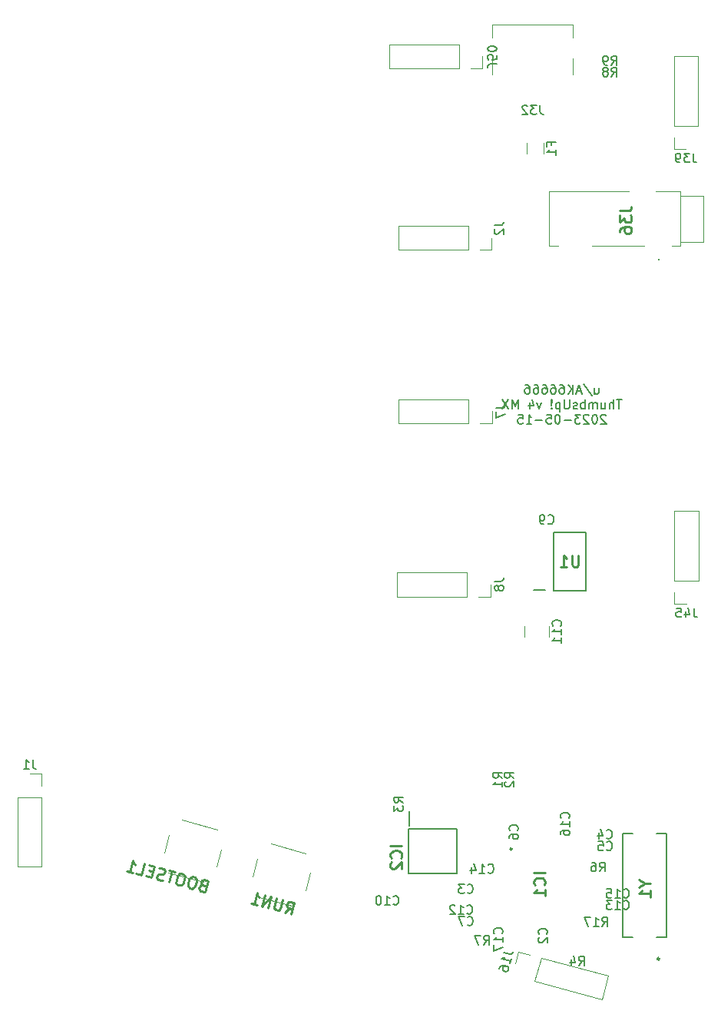
<source format=gbr>
G04 #@! TF.GenerationSoftware,KiCad,Pcbnew,(5.1.4)-1*
G04 #@! TF.CreationDate,2023-06-13T20:25:11-04:00*
G04 #@! TF.ProjectId,ThumbsUp,5468756d-6273-4557-902e-6b696361645f,rev?*
G04 #@! TF.SameCoordinates,Original*
G04 #@! TF.FileFunction,Legend,Bot*
G04 #@! TF.FilePolarity,Positive*
%FSLAX46Y46*%
G04 Gerber Fmt 4.6, Leading zero omitted, Abs format (unit mm)*
G04 Created by KiCad (PCBNEW (5.1.4)-1) date 2023-06-13 20:25:11*
%MOMM*%
%LPD*%
G04 APERTURE LIST*
%ADD10C,0.150000*%
%ADD11C,0.200000*%
%ADD12C,0.120000*%
%ADD13C,0.100000*%
%ADD14C,0.254000*%
G04 APERTURE END LIST*
D10*
X118819047Y-407335714D02*
X118819047Y-408002380D01*
X119247619Y-407335714D02*
X119247619Y-407859523D01*
X119200000Y-407954761D01*
X119104761Y-408002380D01*
X118961904Y-408002380D01*
X118866666Y-407954761D01*
X118819047Y-407907142D01*
X117628571Y-406954761D02*
X118485714Y-408240476D01*
X117342857Y-407716666D02*
X116866666Y-407716666D01*
X117438095Y-408002380D02*
X117104761Y-407002380D01*
X116771428Y-408002380D01*
X116438095Y-408002380D02*
X116438095Y-407002380D01*
X115866666Y-408002380D02*
X116295238Y-407430952D01*
X115866666Y-407002380D02*
X116438095Y-407573809D01*
X115009523Y-407002380D02*
X115200000Y-407002380D01*
X115295238Y-407050000D01*
X115342857Y-407097619D01*
X115438095Y-407240476D01*
X115485714Y-407430952D01*
X115485714Y-407811904D01*
X115438095Y-407907142D01*
X115390476Y-407954761D01*
X115295238Y-408002380D01*
X115104761Y-408002380D01*
X115009523Y-407954761D01*
X114961904Y-407907142D01*
X114914285Y-407811904D01*
X114914285Y-407573809D01*
X114961904Y-407478571D01*
X115009523Y-407430952D01*
X115104761Y-407383333D01*
X115295238Y-407383333D01*
X115390476Y-407430952D01*
X115438095Y-407478571D01*
X115485714Y-407573809D01*
X114057142Y-407002380D02*
X114247619Y-407002380D01*
X114342857Y-407050000D01*
X114390476Y-407097619D01*
X114485714Y-407240476D01*
X114533333Y-407430952D01*
X114533333Y-407811904D01*
X114485714Y-407907142D01*
X114438095Y-407954761D01*
X114342857Y-408002380D01*
X114152380Y-408002380D01*
X114057142Y-407954761D01*
X114009523Y-407907142D01*
X113961904Y-407811904D01*
X113961904Y-407573809D01*
X114009523Y-407478571D01*
X114057142Y-407430952D01*
X114152380Y-407383333D01*
X114342857Y-407383333D01*
X114438095Y-407430952D01*
X114485714Y-407478571D01*
X114533333Y-407573809D01*
X113104761Y-407002380D02*
X113295238Y-407002380D01*
X113390476Y-407050000D01*
X113438095Y-407097619D01*
X113533333Y-407240476D01*
X113580952Y-407430952D01*
X113580952Y-407811904D01*
X113533333Y-407907142D01*
X113485714Y-407954761D01*
X113390476Y-408002380D01*
X113200000Y-408002380D01*
X113104761Y-407954761D01*
X113057142Y-407907142D01*
X113009523Y-407811904D01*
X113009523Y-407573809D01*
X113057142Y-407478571D01*
X113104761Y-407430952D01*
X113200000Y-407383333D01*
X113390476Y-407383333D01*
X113485714Y-407430952D01*
X113533333Y-407478571D01*
X113580952Y-407573809D01*
X112152380Y-407002380D02*
X112342857Y-407002380D01*
X112438095Y-407050000D01*
X112485714Y-407097619D01*
X112580952Y-407240476D01*
X112628571Y-407430952D01*
X112628571Y-407811904D01*
X112580952Y-407907142D01*
X112533333Y-407954761D01*
X112438095Y-408002380D01*
X112247619Y-408002380D01*
X112152380Y-407954761D01*
X112104761Y-407907142D01*
X112057142Y-407811904D01*
X112057142Y-407573809D01*
X112104761Y-407478571D01*
X112152380Y-407430952D01*
X112247619Y-407383333D01*
X112438095Y-407383333D01*
X112533333Y-407430952D01*
X112580952Y-407478571D01*
X112628571Y-407573809D01*
X111200000Y-407002380D02*
X111390476Y-407002380D01*
X111485714Y-407050000D01*
X111533333Y-407097619D01*
X111628571Y-407240476D01*
X111676190Y-407430952D01*
X111676190Y-407811904D01*
X111628571Y-407907142D01*
X111580952Y-407954761D01*
X111485714Y-408002380D01*
X111295238Y-408002380D01*
X111200000Y-407954761D01*
X111152380Y-407907142D01*
X111104761Y-407811904D01*
X111104761Y-407573809D01*
X111152380Y-407478571D01*
X111200000Y-407430952D01*
X111295238Y-407383333D01*
X111485714Y-407383333D01*
X111580952Y-407430952D01*
X111628571Y-407478571D01*
X111676190Y-407573809D01*
X121795238Y-408652380D02*
X121223809Y-408652380D01*
X121509523Y-409652380D02*
X121509523Y-408652380D01*
X120890476Y-409652380D02*
X120890476Y-408652380D01*
X120461904Y-409652380D02*
X120461904Y-409128571D01*
X120509523Y-409033333D01*
X120604761Y-408985714D01*
X120747619Y-408985714D01*
X120842857Y-409033333D01*
X120890476Y-409080952D01*
X119557142Y-408985714D02*
X119557142Y-409652380D01*
X119985714Y-408985714D02*
X119985714Y-409509523D01*
X119938095Y-409604761D01*
X119842857Y-409652380D01*
X119700000Y-409652380D01*
X119604761Y-409604761D01*
X119557142Y-409557142D01*
X119080952Y-409652380D02*
X119080952Y-408985714D01*
X119080952Y-409080952D02*
X119033333Y-409033333D01*
X118938095Y-408985714D01*
X118795238Y-408985714D01*
X118700000Y-409033333D01*
X118652380Y-409128571D01*
X118652380Y-409652380D01*
X118652380Y-409128571D02*
X118604761Y-409033333D01*
X118509523Y-408985714D01*
X118366666Y-408985714D01*
X118271428Y-409033333D01*
X118223809Y-409128571D01*
X118223809Y-409652380D01*
X117747619Y-409652380D02*
X117747619Y-408652380D01*
X117747619Y-409033333D02*
X117652380Y-408985714D01*
X117461904Y-408985714D01*
X117366666Y-409033333D01*
X117319047Y-409080952D01*
X117271428Y-409176190D01*
X117271428Y-409461904D01*
X117319047Y-409557142D01*
X117366666Y-409604761D01*
X117461904Y-409652380D01*
X117652380Y-409652380D01*
X117747619Y-409604761D01*
X116890476Y-409604761D02*
X116795238Y-409652380D01*
X116604761Y-409652380D01*
X116509523Y-409604761D01*
X116461904Y-409509523D01*
X116461904Y-409461904D01*
X116509523Y-409366666D01*
X116604761Y-409319047D01*
X116747619Y-409319047D01*
X116842857Y-409271428D01*
X116890476Y-409176190D01*
X116890476Y-409128571D01*
X116842857Y-409033333D01*
X116747619Y-408985714D01*
X116604761Y-408985714D01*
X116509523Y-409033333D01*
X116033333Y-408652380D02*
X116033333Y-409461904D01*
X115985714Y-409557142D01*
X115938095Y-409604761D01*
X115842857Y-409652380D01*
X115652380Y-409652380D01*
X115557142Y-409604761D01*
X115509523Y-409557142D01*
X115461904Y-409461904D01*
X115461904Y-408652380D01*
X114985714Y-408985714D02*
X114985714Y-409985714D01*
X114985714Y-409033333D02*
X114890476Y-408985714D01*
X114700000Y-408985714D01*
X114604761Y-409033333D01*
X114557142Y-409080952D01*
X114509523Y-409176190D01*
X114509523Y-409461904D01*
X114557142Y-409557142D01*
X114604761Y-409604761D01*
X114700000Y-409652380D01*
X114890476Y-409652380D01*
X114985714Y-409604761D01*
X114080952Y-409557142D02*
X114033333Y-409604761D01*
X114080952Y-409652380D01*
X114128571Y-409604761D01*
X114080952Y-409557142D01*
X114080952Y-409652380D01*
X114080952Y-409271428D02*
X114128571Y-408700000D01*
X114080952Y-408652380D01*
X114033333Y-408700000D01*
X114080952Y-409271428D01*
X114080952Y-408652380D01*
X112938095Y-408985714D02*
X112700000Y-409652380D01*
X112461904Y-408985714D01*
X111652380Y-408985714D02*
X111652380Y-409652380D01*
X111890476Y-408604761D02*
X112128571Y-409319047D01*
X111509523Y-409319047D01*
X110366666Y-409652380D02*
X110366666Y-408652380D01*
X110033333Y-409366666D01*
X109700000Y-408652380D01*
X109700000Y-409652380D01*
X109319047Y-408652380D02*
X108652380Y-409652380D01*
X108652380Y-408652380D02*
X109319047Y-409652380D01*
X120057142Y-410397619D02*
X120009523Y-410350000D01*
X119914285Y-410302380D01*
X119676190Y-410302380D01*
X119580952Y-410350000D01*
X119533333Y-410397619D01*
X119485714Y-410492857D01*
X119485714Y-410588095D01*
X119533333Y-410730952D01*
X120104761Y-411302380D01*
X119485714Y-411302380D01*
X118866666Y-410302380D02*
X118771428Y-410302380D01*
X118676190Y-410350000D01*
X118628571Y-410397619D01*
X118580952Y-410492857D01*
X118533333Y-410683333D01*
X118533333Y-410921428D01*
X118580952Y-411111904D01*
X118628571Y-411207142D01*
X118676190Y-411254761D01*
X118771428Y-411302380D01*
X118866666Y-411302380D01*
X118961904Y-411254761D01*
X119009523Y-411207142D01*
X119057142Y-411111904D01*
X119104761Y-410921428D01*
X119104761Y-410683333D01*
X119057142Y-410492857D01*
X119009523Y-410397619D01*
X118961904Y-410350000D01*
X118866666Y-410302380D01*
X118152380Y-410397619D02*
X118104761Y-410350000D01*
X118009523Y-410302380D01*
X117771428Y-410302380D01*
X117676190Y-410350000D01*
X117628571Y-410397619D01*
X117580952Y-410492857D01*
X117580952Y-410588095D01*
X117628571Y-410730952D01*
X118200000Y-411302380D01*
X117580952Y-411302380D01*
X117247619Y-410302380D02*
X116628571Y-410302380D01*
X116961904Y-410683333D01*
X116819047Y-410683333D01*
X116723809Y-410730952D01*
X116676190Y-410778571D01*
X116628571Y-410873809D01*
X116628571Y-411111904D01*
X116676190Y-411207142D01*
X116723809Y-411254761D01*
X116819047Y-411302380D01*
X117104761Y-411302380D01*
X117200000Y-411254761D01*
X117247619Y-411207142D01*
X116200000Y-410921428D02*
X115438095Y-410921428D01*
X114771428Y-410302380D02*
X114676190Y-410302380D01*
X114580952Y-410350000D01*
X114533333Y-410397619D01*
X114485714Y-410492857D01*
X114438095Y-410683333D01*
X114438095Y-410921428D01*
X114485714Y-411111904D01*
X114533333Y-411207142D01*
X114580952Y-411254761D01*
X114676190Y-411302380D01*
X114771428Y-411302380D01*
X114866666Y-411254761D01*
X114914285Y-411207142D01*
X114961904Y-411111904D01*
X115009523Y-410921428D01*
X115009523Y-410683333D01*
X114961904Y-410492857D01*
X114914285Y-410397619D01*
X114866666Y-410350000D01*
X114771428Y-410302380D01*
X113533333Y-410302380D02*
X114009523Y-410302380D01*
X114057142Y-410778571D01*
X114009523Y-410730952D01*
X113914285Y-410683333D01*
X113676190Y-410683333D01*
X113580952Y-410730952D01*
X113533333Y-410778571D01*
X113485714Y-410873809D01*
X113485714Y-411111904D01*
X113533333Y-411207142D01*
X113580952Y-411254761D01*
X113676190Y-411302380D01*
X113914285Y-411302380D01*
X114009523Y-411254761D01*
X114057142Y-411207142D01*
X113057142Y-410921428D02*
X112295238Y-410921428D01*
X111295238Y-411302380D02*
X111866666Y-411302380D01*
X111580952Y-411302380D02*
X111580952Y-410302380D01*
X111676190Y-410445238D01*
X111771428Y-410540476D01*
X111866666Y-410588095D01*
X110390476Y-410302380D02*
X110866666Y-410302380D01*
X110914285Y-410778571D01*
X110866666Y-410730952D01*
X110771428Y-410683333D01*
X110533333Y-410683333D01*
X110438095Y-410730952D01*
X110390476Y-410778571D01*
X110342857Y-410873809D01*
X110342857Y-411111904D01*
X110390476Y-411207142D01*
X110438095Y-411254761D01*
X110533333Y-411302380D01*
X110771428Y-411302380D01*
X110866666Y-411254761D01*
X110914285Y-411207142D01*
D11*
X112075000Y-429615000D02*
X113375000Y-429615000D01*
X114323000Y-423248000D02*
X114323000Y-429752000D01*
X117827000Y-423248000D02*
X114323000Y-423248000D01*
X117827000Y-429752000D02*
X117827000Y-423248000D01*
X114323000Y-429752000D02*
X117827000Y-429752000D01*
D12*
X111060000Y-434812064D02*
X111060000Y-433607936D01*
X113780000Y-434812064D02*
X113780000Y-433607936D01*
D13*
X86910920Y-462746986D02*
X87431929Y-460816041D01*
X81118085Y-461183959D02*
X81639094Y-459253014D01*
X81562548Y-463375409D02*
X85424439Y-464417427D01*
X83125575Y-457582573D02*
X86987466Y-458624591D01*
X77133175Y-460146986D02*
X77654184Y-458216041D01*
X71340340Y-458583959D02*
X71861349Y-456653014D01*
X71784803Y-460775409D02*
X75646694Y-461817427D01*
X73347830Y-454982573D02*
X77209721Y-456024591D01*
D12*
X106460000Y-372150000D02*
X106460000Y-370820000D01*
X105130000Y-372150000D02*
X106460000Y-372150000D01*
X103860000Y-372150000D02*
X103860000Y-369490000D01*
X103860000Y-369490000D02*
X96180000Y-369490000D01*
X103860000Y-372150000D02*
X96180000Y-372150000D01*
X96180000Y-372150000D02*
X96180000Y-369490000D01*
X107510000Y-372835000D02*
X107510000Y-371035000D01*
X107510000Y-367325000D02*
X107510000Y-368785000D01*
X116450000Y-367325000D02*
X116450000Y-368785000D01*
X116450000Y-372835000D02*
X116450000Y-371035000D01*
X116450000Y-367325000D02*
X107510000Y-367325000D01*
D11*
X125900000Y-393150000D02*
G75*
G03X125900000Y-393250000I0J-50000D01*
G01*
X125900000Y-393250000D02*
G75*
G03X125900000Y-393150000I0J50000D01*
G01*
X125900000Y-393150000D02*
G75*
G03X125900000Y-393250000I0J-50000D01*
G01*
X125900000Y-393250000D02*
X125900000Y-393250000D01*
X125900000Y-393150000D02*
X125900000Y-393150000D01*
X125900000Y-393250000D02*
X125900000Y-393250000D01*
D13*
X124300000Y-391725000D02*
X118550000Y-391725000D01*
X124300000Y-391725000D02*
X124300000Y-391725000D01*
X118550000Y-391725000D02*
X124300000Y-391725000D01*
X118550000Y-391725000D02*
X118550000Y-391725000D01*
X114800000Y-391725000D02*
X113800000Y-391725000D01*
X114800000Y-391725000D02*
X114800000Y-391725000D01*
X113800000Y-391725000D02*
X114800000Y-391725000D01*
X113800000Y-391725000D02*
X113800000Y-391725000D01*
X113800000Y-385725000D02*
X113800000Y-385725000D01*
X113800000Y-391725000D02*
X113800000Y-385725000D01*
X113800000Y-391725000D02*
X113800000Y-391725000D01*
X113800000Y-385725000D02*
X113800000Y-391725000D01*
X113800000Y-385725000D02*
X122550000Y-385725000D01*
X113800000Y-385725000D02*
X113800000Y-385725000D01*
X122550000Y-385725000D02*
X113800000Y-385725000D01*
X122550000Y-385725000D02*
X122550000Y-385725000D01*
X125550000Y-385725000D02*
X128300000Y-385725000D01*
X125550000Y-385725000D02*
X125550000Y-385725000D01*
X128300000Y-385725000D02*
X125550000Y-385725000D01*
X128300000Y-385725000D02*
X128300000Y-385725000D01*
X128300000Y-386200000D02*
X128300000Y-386200000D01*
X128300000Y-385725000D02*
X128300000Y-386200000D01*
X128300000Y-385725000D02*
X128300000Y-385725000D01*
X128300000Y-386200000D02*
X128300000Y-385725000D01*
X130800000Y-391250000D02*
X128300000Y-391250000D01*
X130800000Y-386225000D02*
X130800000Y-391250000D01*
X128300000Y-386225000D02*
X130800000Y-386225000D01*
X128300000Y-391250000D02*
X128300000Y-386225000D01*
X128300000Y-391725000D02*
X128300000Y-391725000D01*
X128300000Y-391250000D02*
X128300000Y-391725000D01*
X128300000Y-391250000D02*
X128300000Y-391250000D01*
X128300000Y-391725000D02*
X128300000Y-391250000D01*
X128300000Y-391725000D02*
X127300000Y-391725000D01*
X128300000Y-391725000D02*
X128300000Y-391725000D01*
X127300000Y-391725000D02*
X128300000Y-391725000D01*
X127300000Y-391725000D02*
X127300000Y-391725000D01*
D12*
X127546095Y-381048305D02*
X128876095Y-381048305D01*
X127546095Y-379718305D02*
X127546095Y-381048305D01*
X127546095Y-378448305D02*
X130206095Y-378448305D01*
X130206095Y-378448305D02*
X130206095Y-370768305D01*
X127546095Y-378448305D02*
X127546095Y-370768305D01*
X127546095Y-370768305D02*
X130206095Y-370768305D01*
X127610599Y-431174893D02*
X128940599Y-431174893D01*
X127610599Y-429844893D02*
X127610599Y-431174893D01*
X127610599Y-428574893D02*
X130270599Y-428574893D01*
X130270599Y-428574893D02*
X130270599Y-420894893D01*
X127610599Y-428574893D02*
X127610599Y-420894893D01*
X127610599Y-420894893D02*
X130270599Y-420894893D01*
X57862789Y-449862952D02*
X56532789Y-449862952D01*
X57862789Y-451192952D02*
X57862789Y-449862952D01*
X57862789Y-452462952D02*
X55202789Y-452462952D01*
X55202789Y-452462952D02*
X55202789Y-460142952D01*
X57862789Y-452462952D02*
X57862789Y-460142952D01*
X57862789Y-460142952D02*
X55202789Y-460142952D01*
X107326974Y-430350972D02*
X107326974Y-429020972D01*
X105996974Y-430350972D02*
X107326974Y-430350972D01*
X104726974Y-430350972D02*
X104726974Y-427690972D01*
X104726974Y-427690972D02*
X97046974Y-427690972D01*
X104726974Y-430350972D02*
X97046974Y-430350972D01*
X97046974Y-430350972D02*
X97046974Y-427690972D01*
X107459278Y-392148375D02*
X107459278Y-390818375D01*
X106129278Y-392148375D02*
X107459278Y-392148375D01*
X104859278Y-392148375D02*
X104859278Y-389488375D01*
X104859278Y-389488375D02*
X97179278Y-389488375D01*
X104859278Y-392148375D02*
X97179278Y-392148375D01*
X97179278Y-392148375D02*
X97179278Y-389488375D01*
X107484161Y-411265202D02*
X107484161Y-409935202D01*
X106154161Y-411265202D02*
X107484161Y-411265202D01*
X104884161Y-411265202D02*
X104884161Y-408605202D01*
X104884161Y-408605202D02*
X97204161Y-408605202D01*
X104884161Y-411265202D02*
X97204161Y-411265202D01*
X97204161Y-411265202D02*
X97204161Y-408605202D01*
X110392338Y-469484041D02*
X110048109Y-470768723D01*
X111677019Y-469828271D02*
X110392338Y-469484041D01*
X112903745Y-470156971D02*
X112215286Y-472726334D01*
X112215286Y-472726334D02*
X119633597Y-474714064D01*
X112903745Y-470156971D02*
X120322055Y-472144701D01*
X120322055Y-472144701D02*
X119633597Y-474714064D01*
D14*
X125985880Y-470280000D02*
G75*
G03X125985880Y-470280000I-125880J0D01*
G01*
D11*
X126750000Y-456475000D02*
X125650000Y-456475000D01*
X121950000Y-456475000D02*
X123050000Y-456475000D01*
X121950000Y-467875000D02*
X123050000Y-467875000D01*
X126750000Y-467875000D02*
X125650000Y-467875000D01*
X121950000Y-467875000D02*
X121950000Y-456475000D01*
X126750000Y-467875000D02*
X126750000Y-456475000D01*
X98370000Y-453985000D02*
X98370000Y-455635000D01*
X103590000Y-455985000D02*
X98310000Y-455985000D01*
X103590000Y-460835000D02*
X103590000Y-455985000D01*
X98310000Y-460835000D02*
X103590000Y-460835000D01*
X98310000Y-455985000D02*
X98310000Y-460835000D01*
D14*
X109700000Y-458175000D02*
G75*
G03X109700000Y-458175000I-100000J0D01*
G01*
D12*
X111340000Y-381552064D02*
X111340000Y-380347936D01*
X113160000Y-381552064D02*
X113160000Y-380347936D01*
D14*
X117042619Y-425804523D02*
X117042619Y-426832619D01*
X116982142Y-426953571D01*
X116921666Y-427014047D01*
X116800714Y-427074523D01*
X116558809Y-427074523D01*
X116437857Y-427014047D01*
X116377380Y-426953571D01*
X116316904Y-426832619D01*
X116316904Y-425804523D01*
X115046904Y-427074523D02*
X115772619Y-427074523D01*
X115409761Y-427074523D02*
X115409761Y-425804523D01*
X115530714Y-425985952D01*
X115651666Y-426106904D01*
X115772619Y-426167380D01*
D10*
X115057142Y-433567142D02*
X115104761Y-433519523D01*
X115152380Y-433376666D01*
X115152380Y-433281428D01*
X115104761Y-433138571D01*
X115009523Y-433043333D01*
X114914285Y-432995714D01*
X114723809Y-432948095D01*
X114580952Y-432948095D01*
X114390476Y-432995714D01*
X114295238Y-433043333D01*
X114200000Y-433138571D01*
X114152380Y-433281428D01*
X114152380Y-433376666D01*
X114200000Y-433519523D01*
X114247619Y-433567142D01*
X115152380Y-434519523D02*
X115152380Y-433948095D01*
X115152380Y-434233809D02*
X114152380Y-434233809D01*
X114295238Y-434138571D01*
X114390476Y-434043333D01*
X114438095Y-433948095D01*
X115152380Y-435471904D02*
X115152380Y-434900476D01*
X115152380Y-435186190D02*
X114152380Y-435186190D01*
X114295238Y-435090952D01*
X114390476Y-434995714D01*
X114438095Y-434900476D01*
D14*
X84639230Y-465156422D02*
X85205490Y-464682821D01*
X85339887Y-465345474D02*
X85670728Y-464119323D01*
X85203623Y-463993289D01*
X85071093Y-464020168D01*
X84996950Y-464062802D01*
X84907054Y-464163824D01*
X84859791Y-464338988D01*
X84886670Y-464471519D01*
X84929304Y-464545661D01*
X85030326Y-464635558D01*
X85497431Y-464761592D01*
X84444578Y-463788483D02*
X84176754Y-464781080D01*
X84086858Y-464882102D01*
X84012715Y-464924736D01*
X83880185Y-464951616D01*
X83646632Y-464888598D01*
X83545610Y-464798701D01*
X83502977Y-464724559D01*
X83476097Y-464592029D01*
X83743921Y-463599431D01*
X82829199Y-464668038D02*
X83160040Y-463441888D01*
X82128542Y-464478986D01*
X82459382Y-463252836D01*
X80902391Y-464148145D02*
X81603049Y-464337197D01*
X81252720Y-464242671D02*
X81583561Y-463016521D01*
X81653074Y-463223194D01*
X81738342Y-463371479D01*
X81839363Y-463461375D01*
X75606440Y-462160080D02*
X75415521Y-462171205D01*
X75341379Y-462213839D01*
X75251482Y-462314860D01*
X75204219Y-462490025D01*
X75231099Y-462622555D01*
X75273733Y-462696698D01*
X75374754Y-462786594D01*
X75841859Y-462912629D01*
X76172700Y-461686479D01*
X75763983Y-461576199D01*
X75631453Y-461603078D01*
X75557310Y-461645712D01*
X75467414Y-461746734D01*
X75435905Y-461863510D01*
X75462784Y-461996040D01*
X75505418Y-462070183D01*
X75606440Y-462160080D01*
X76015157Y-462270360D01*
X74712997Y-461292621D02*
X74479445Y-461229604D01*
X74346914Y-461256483D01*
X74198630Y-461341751D01*
X74077224Y-461559549D01*
X73966944Y-461968265D01*
X73962315Y-462217572D01*
X74047582Y-462365857D01*
X74148604Y-462455754D01*
X74382157Y-462518771D01*
X74514687Y-462491892D01*
X74662972Y-462406624D01*
X74784377Y-462188826D01*
X74894658Y-461780109D01*
X74899287Y-461530802D01*
X74814019Y-461382518D01*
X74712997Y-461292621D01*
X73428459Y-460946026D02*
X73194907Y-460883008D01*
X73062376Y-460909888D01*
X72914091Y-460995156D01*
X72792686Y-461212954D01*
X72682406Y-461621670D01*
X72677776Y-461870977D01*
X72763044Y-462019262D01*
X72864066Y-462109159D01*
X73097618Y-462172176D01*
X73230149Y-462145297D01*
X73378434Y-462060029D01*
X73499839Y-461842231D01*
X73610119Y-461433514D01*
X73614748Y-461184207D01*
X73529481Y-461035923D01*
X73428459Y-460946026D01*
X72552637Y-460709711D02*
X71851980Y-460520659D01*
X71871468Y-461841335D02*
X72202309Y-460615185D01*
X71186565Y-461593895D02*
X70995646Y-461605020D01*
X70703706Y-461526249D01*
X70602684Y-461436352D01*
X70560050Y-461362210D01*
X70533171Y-461229679D01*
X70564679Y-461112903D01*
X70654576Y-461011881D01*
X70728719Y-460969247D01*
X70861249Y-460942368D01*
X71110556Y-460946997D01*
X71243086Y-460920118D01*
X71317229Y-460877484D01*
X71407126Y-460776462D01*
X71438634Y-460659686D01*
X71411755Y-460527155D01*
X71369121Y-460453013D01*
X71268099Y-460363116D01*
X70976159Y-460284344D01*
X70785240Y-460295469D01*
X70117958Y-460679174D02*
X69709241Y-460568893D01*
X69360779Y-461163900D02*
X69944661Y-461321443D01*
X70275501Y-460095292D01*
X69691620Y-459937749D01*
X68251405Y-460864567D02*
X68835286Y-461022111D01*
X69166127Y-459795960D01*
X67200420Y-460580990D02*
X67901077Y-460770041D01*
X67550748Y-460675516D02*
X67881589Y-459449365D01*
X67951102Y-459656038D01*
X68036370Y-459804323D01*
X68137392Y-459894220D01*
D10*
X119642857Y-466682380D02*
X119976190Y-466206190D01*
X120214285Y-466682380D02*
X120214285Y-465682380D01*
X119833333Y-465682380D01*
X119738095Y-465730000D01*
X119690476Y-465777619D01*
X119642857Y-465872857D01*
X119642857Y-466015714D01*
X119690476Y-466110952D01*
X119738095Y-466158571D01*
X119833333Y-466206190D01*
X120214285Y-466206190D01*
X118690476Y-466682380D02*
X119261904Y-466682380D01*
X118976190Y-466682380D02*
X118976190Y-465682380D01*
X119071428Y-465825238D01*
X119166666Y-465920476D01*
X119261904Y-465968095D01*
X118357142Y-465682380D02*
X117690476Y-465682380D01*
X118119047Y-466682380D01*
X108007619Y-371629523D02*
X107293333Y-371629523D01*
X107150476Y-371677142D01*
X107055238Y-371772380D01*
X107007619Y-371915238D01*
X107007619Y-372010476D01*
X108007619Y-370677142D02*
X108007619Y-371153333D01*
X107531428Y-371200952D01*
X107579047Y-371153333D01*
X107626666Y-371058095D01*
X107626666Y-370820000D01*
X107579047Y-370724761D01*
X107531428Y-370677142D01*
X107436190Y-370629523D01*
X107198095Y-370629523D01*
X107102857Y-370677142D01*
X107055238Y-370724761D01*
X107007619Y-370820000D01*
X107007619Y-371058095D01*
X107055238Y-371153333D01*
X107102857Y-371200952D01*
X108007619Y-370010476D02*
X108007619Y-369915238D01*
X107960000Y-369820000D01*
X107912380Y-369772380D01*
X107817142Y-369724761D01*
X107626666Y-369677142D01*
X107388571Y-369677142D01*
X107198095Y-369724761D01*
X107102857Y-369772380D01*
X107055238Y-369820000D01*
X107007619Y-369915238D01*
X107007619Y-370010476D01*
X107055238Y-370105714D01*
X107102857Y-370153333D01*
X107198095Y-370200952D01*
X107388571Y-370248571D01*
X107626666Y-370248571D01*
X107817142Y-370200952D01*
X107912380Y-370153333D01*
X107960000Y-370105714D01*
X108007619Y-370010476D01*
X117076666Y-470997380D02*
X117410000Y-470521190D01*
X117648095Y-470997380D02*
X117648095Y-469997380D01*
X117267142Y-469997380D01*
X117171904Y-470045000D01*
X117124285Y-470092619D01*
X117076666Y-470187857D01*
X117076666Y-470330714D01*
X117124285Y-470425952D01*
X117171904Y-470473571D01*
X117267142Y-470521190D01*
X117648095Y-470521190D01*
X116219523Y-470330714D02*
X116219523Y-470997380D01*
X116457619Y-469949761D02*
X116695714Y-470664047D01*
X116076666Y-470664047D01*
X109917380Y-450369333D02*
X109441190Y-450036000D01*
X109917380Y-449797904D02*
X108917380Y-449797904D01*
X108917380Y-450178857D01*
X108965000Y-450274095D01*
X109012619Y-450321714D01*
X109107857Y-450369333D01*
X109250714Y-450369333D01*
X109345952Y-450321714D01*
X109393571Y-450274095D01*
X109441190Y-450178857D01*
X109441190Y-449797904D01*
X109012619Y-450750285D02*
X108965000Y-450797904D01*
X108917380Y-450893142D01*
X108917380Y-451131238D01*
X108965000Y-451226476D01*
X109012619Y-451274095D01*
X109107857Y-451321714D01*
X109203095Y-451321714D01*
X109345952Y-451274095D01*
X109917380Y-450702666D01*
X109917380Y-451321714D01*
X108647380Y-450369333D02*
X108171190Y-450036000D01*
X108647380Y-449797904D02*
X107647380Y-449797904D01*
X107647380Y-450178857D01*
X107695000Y-450274095D01*
X107742619Y-450321714D01*
X107837857Y-450369333D01*
X107980714Y-450369333D01*
X108075952Y-450321714D01*
X108123571Y-450274095D01*
X108171190Y-450178857D01*
X108171190Y-449797904D01*
X108647380Y-451321714D02*
X108647380Y-450750285D01*
X108647380Y-451036000D02*
X107647380Y-451036000D01*
X107790238Y-450940761D01*
X107885476Y-450845523D01*
X107933095Y-450750285D01*
X120676666Y-371757380D02*
X121010000Y-371281190D01*
X121248095Y-371757380D02*
X121248095Y-370757380D01*
X120867142Y-370757380D01*
X120771904Y-370805000D01*
X120724285Y-370852619D01*
X120676666Y-370947857D01*
X120676666Y-371090714D01*
X120724285Y-371185952D01*
X120771904Y-371233571D01*
X120867142Y-371281190D01*
X121248095Y-371281190D01*
X120200476Y-371757380D02*
X120010000Y-371757380D01*
X119914761Y-371709761D01*
X119867142Y-371662142D01*
X119771904Y-371519285D01*
X119724285Y-371328809D01*
X119724285Y-370947857D01*
X119771904Y-370852619D01*
X119819523Y-370805000D01*
X119914761Y-370757380D01*
X120105238Y-370757380D01*
X120200476Y-370805000D01*
X120248095Y-370852619D01*
X120295714Y-370947857D01*
X120295714Y-371185952D01*
X120248095Y-371281190D01*
X120200476Y-371328809D01*
X120105238Y-371376428D01*
X119914761Y-371376428D01*
X119819523Y-371328809D01*
X119771904Y-371281190D01*
X119724285Y-371185952D01*
X120676666Y-373027380D02*
X121010000Y-372551190D01*
X121248095Y-373027380D02*
X121248095Y-372027380D01*
X120867142Y-372027380D01*
X120771904Y-372075000D01*
X120724285Y-372122619D01*
X120676666Y-372217857D01*
X120676666Y-372360714D01*
X120724285Y-372455952D01*
X120771904Y-372503571D01*
X120867142Y-372551190D01*
X121248095Y-372551190D01*
X120105238Y-372455952D02*
X120200476Y-372408333D01*
X120248095Y-372360714D01*
X120295714Y-372265476D01*
X120295714Y-372217857D01*
X120248095Y-372122619D01*
X120200476Y-372075000D01*
X120105238Y-372027380D01*
X119914761Y-372027380D01*
X119819523Y-372075000D01*
X119771904Y-372122619D01*
X119724285Y-372217857D01*
X119724285Y-372265476D01*
X119771904Y-372360714D01*
X119819523Y-372408333D01*
X119914761Y-372455952D01*
X120105238Y-372455952D01*
X120200476Y-372503571D01*
X120248095Y-372551190D01*
X120295714Y-372646428D01*
X120295714Y-372836904D01*
X120248095Y-372932142D01*
X120200476Y-372979761D01*
X120105238Y-373027380D01*
X119914761Y-373027380D01*
X119819523Y-372979761D01*
X119771904Y-372932142D01*
X119724285Y-372836904D01*
X119724285Y-372646428D01*
X119771904Y-372551190D01*
X119819523Y-372503571D01*
X119914761Y-372455952D01*
X106591666Y-468712380D02*
X106925000Y-468236190D01*
X107163095Y-468712380D02*
X107163095Y-467712380D01*
X106782142Y-467712380D01*
X106686904Y-467760000D01*
X106639285Y-467807619D01*
X106591666Y-467902857D01*
X106591666Y-468045714D01*
X106639285Y-468140952D01*
X106686904Y-468188571D01*
X106782142Y-468236190D01*
X107163095Y-468236190D01*
X106258333Y-467712380D02*
X105591666Y-467712380D01*
X106020238Y-468712380D01*
X119366666Y-460652380D02*
X119700000Y-460176190D01*
X119938095Y-460652380D02*
X119938095Y-459652380D01*
X119557142Y-459652380D01*
X119461904Y-459700000D01*
X119414285Y-459747619D01*
X119366666Y-459842857D01*
X119366666Y-459985714D01*
X119414285Y-460080952D01*
X119461904Y-460128571D01*
X119557142Y-460176190D01*
X119938095Y-460176190D01*
X118509523Y-459652380D02*
X118700000Y-459652380D01*
X118795238Y-459700000D01*
X118842857Y-459747619D01*
X118938095Y-459890476D01*
X118985714Y-460080952D01*
X118985714Y-460461904D01*
X118938095Y-460557142D01*
X118890476Y-460604761D01*
X118795238Y-460652380D01*
X118604761Y-460652380D01*
X118509523Y-460604761D01*
X118461904Y-460557142D01*
X118414285Y-460461904D01*
X118414285Y-460223809D01*
X118461904Y-460128571D01*
X118509523Y-460080952D01*
X118604761Y-460033333D01*
X118795238Y-460033333D01*
X118890476Y-460080952D01*
X118938095Y-460128571D01*
X118985714Y-460223809D01*
X97692380Y-453045333D02*
X97216190Y-452712000D01*
X97692380Y-452473904D02*
X96692380Y-452473904D01*
X96692380Y-452854857D01*
X96740000Y-452950095D01*
X96787619Y-452997714D01*
X96882857Y-453045333D01*
X97025714Y-453045333D01*
X97120952Y-452997714D01*
X97168571Y-452950095D01*
X97216190Y-452854857D01*
X97216190Y-452473904D01*
X96692380Y-453378666D02*
X96692380Y-453997714D01*
X97073333Y-453664380D01*
X97073333Y-453807238D01*
X97120952Y-453902476D01*
X97168571Y-453950095D01*
X97263809Y-453997714D01*
X97501904Y-453997714D01*
X97597142Y-453950095D01*
X97644761Y-453902476D01*
X97692380Y-453807238D01*
X97692380Y-453521523D01*
X97644761Y-453426285D01*
X97597142Y-453378666D01*
X108587142Y-467492142D02*
X108634761Y-467444523D01*
X108682380Y-467301666D01*
X108682380Y-467206428D01*
X108634761Y-467063571D01*
X108539523Y-466968333D01*
X108444285Y-466920714D01*
X108253809Y-466873095D01*
X108110952Y-466873095D01*
X107920476Y-466920714D01*
X107825238Y-466968333D01*
X107730000Y-467063571D01*
X107682380Y-467206428D01*
X107682380Y-467301666D01*
X107730000Y-467444523D01*
X107777619Y-467492142D01*
X108682380Y-468444523D02*
X108682380Y-467873095D01*
X108682380Y-468158809D02*
X107682380Y-468158809D01*
X107825238Y-468063571D01*
X107920476Y-467968333D01*
X107968095Y-467873095D01*
X107682380Y-468777857D02*
X107682380Y-469444523D01*
X108682380Y-469015952D01*
X115952142Y-454757142D02*
X115999761Y-454709523D01*
X116047380Y-454566666D01*
X116047380Y-454471428D01*
X115999761Y-454328571D01*
X115904523Y-454233333D01*
X115809285Y-454185714D01*
X115618809Y-454138095D01*
X115475952Y-454138095D01*
X115285476Y-454185714D01*
X115190238Y-454233333D01*
X115095000Y-454328571D01*
X115047380Y-454471428D01*
X115047380Y-454566666D01*
X115095000Y-454709523D01*
X115142619Y-454757142D01*
X116047380Y-455709523D02*
X116047380Y-455138095D01*
X116047380Y-455423809D02*
X115047380Y-455423809D01*
X115190238Y-455328571D01*
X115285476Y-455233333D01*
X115333095Y-455138095D01*
X115047380Y-456566666D02*
X115047380Y-456376190D01*
X115095000Y-456280952D01*
X115142619Y-456233333D01*
X115285476Y-456138095D01*
X115475952Y-456090476D01*
X115856904Y-456090476D01*
X115952142Y-456138095D01*
X115999761Y-456185714D01*
X116047380Y-456280952D01*
X116047380Y-456471428D01*
X115999761Y-456566666D01*
X115952142Y-456614285D01*
X115856904Y-456661904D01*
X115618809Y-456661904D01*
X115523571Y-456614285D01*
X115475952Y-456566666D01*
X115428333Y-456471428D01*
X115428333Y-456280952D01*
X115475952Y-456185714D01*
X115523571Y-456138095D01*
X115618809Y-456090476D01*
X122012857Y-463475142D02*
X122060476Y-463522761D01*
X122203333Y-463570380D01*
X122298571Y-463570380D01*
X122441428Y-463522761D01*
X122536666Y-463427523D01*
X122584285Y-463332285D01*
X122631904Y-463141809D01*
X122631904Y-462998952D01*
X122584285Y-462808476D01*
X122536666Y-462713238D01*
X122441428Y-462618000D01*
X122298571Y-462570380D01*
X122203333Y-462570380D01*
X122060476Y-462618000D01*
X122012857Y-462665619D01*
X121060476Y-463570380D02*
X121631904Y-463570380D01*
X121346190Y-463570380D02*
X121346190Y-462570380D01*
X121441428Y-462713238D01*
X121536666Y-462808476D01*
X121631904Y-462856095D01*
X120155714Y-462570380D02*
X120631904Y-462570380D01*
X120679523Y-463046571D01*
X120631904Y-462998952D01*
X120536666Y-462951333D01*
X120298571Y-462951333D01*
X120203333Y-462998952D01*
X120155714Y-463046571D01*
X120108095Y-463141809D01*
X120108095Y-463379904D01*
X120155714Y-463475142D01*
X120203333Y-463522761D01*
X120298571Y-463570380D01*
X120536666Y-463570380D01*
X120631904Y-463522761D01*
X120679523Y-463475142D01*
X107057857Y-460737142D02*
X107105476Y-460784761D01*
X107248333Y-460832380D01*
X107343571Y-460832380D01*
X107486428Y-460784761D01*
X107581666Y-460689523D01*
X107629285Y-460594285D01*
X107676904Y-460403809D01*
X107676904Y-460260952D01*
X107629285Y-460070476D01*
X107581666Y-459975238D01*
X107486428Y-459880000D01*
X107343571Y-459832380D01*
X107248333Y-459832380D01*
X107105476Y-459880000D01*
X107057857Y-459927619D01*
X106105476Y-460832380D02*
X106676904Y-460832380D01*
X106391190Y-460832380D02*
X106391190Y-459832380D01*
X106486428Y-459975238D01*
X106581666Y-460070476D01*
X106676904Y-460118095D01*
X105248333Y-460165714D02*
X105248333Y-460832380D01*
X105486428Y-459784761D02*
X105724523Y-460499047D01*
X105105476Y-460499047D01*
X122012857Y-464745142D02*
X122060476Y-464792761D01*
X122203333Y-464840380D01*
X122298571Y-464840380D01*
X122441428Y-464792761D01*
X122536666Y-464697523D01*
X122584285Y-464602285D01*
X122631904Y-464411809D01*
X122631904Y-464268952D01*
X122584285Y-464078476D01*
X122536666Y-463983238D01*
X122441428Y-463888000D01*
X122298571Y-463840380D01*
X122203333Y-463840380D01*
X122060476Y-463888000D01*
X122012857Y-463935619D01*
X121060476Y-464840380D02*
X121631904Y-464840380D01*
X121346190Y-464840380D02*
X121346190Y-463840380D01*
X121441428Y-463983238D01*
X121536666Y-464078476D01*
X121631904Y-464126095D01*
X120727142Y-463840380D02*
X120108095Y-463840380D01*
X120441428Y-464221333D01*
X120298571Y-464221333D01*
X120203333Y-464268952D01*
X120155714Y-464316571D01*
X120108095Y-464411809D01*
X120108095Y-464649904D01*
X120155714Y-464745142D01*
X120203333Y-464792761D01*
X120298571Y-464840380D01*
X120584285Y-464840380D01*
X120679523Y-464792761D01*
X120727142Y-464745142D01*
X104740857Y-465253142D02*
X104788476Y-465300761D01*
X104931333Y-465348380D01*
X105026571Y-465348380D01*
X105169428Y-465300761D01*
X105264666Y-465205523D01*
X105312285Y-465110285D01*
X105359904Y-464919809D01*
X105359904Y-464776952D01*
X105312285Y-464586476D01*
X105264666Y-464491238D01*
X105169428Y-464396000D01*
X105026571Y-464348380D01*
X104931333Y-464348380D01*
X104788476Y-464396000D01*
X104740857Y-464443619D01*
X103788476Y-465348380D02*
X104359904Y-465348380D01*
X104074190Y-465348380D02*
X104074190Y-464348380D01*
X104169428Y-464491238D01*
X104264666Y-464586476D01*
X104359904Y-464634095D01*
X103407523Y-464443619D02*
X103359904Y-464396000D01*
X103264666Y-464348380D01*
X103026571Y-464348380D01*
X102931333Y-464396000D01*
X102883714Y-464443619D01*
X102836095Y-464538857D01*
X102836095Y-464634095D01*
X102883714Y-464776952D01*
X103455142Y-465348380D01*
X102836095Y-465348380D01*
X96612857Y-464237142D02*
X96660476Y-464284761D01*
X96803333Y-464332380D01*
X96898571Y-464332380D01*
X97041428Y-464284761D01*
X97136666Y-464189523D01*
X97184285Y-464094285D01*
X97231904Y-463903809D01*
X97231904Y-463760952D01*
X97184285Y-463570476D01*
X97136666Y-463475238D01*
X97041428Y-463380000D01*
X96898571Y-463332380D01*
X96803333Y-463332380D01*
X96660476Y-463380000D01*
X96612857Y-463427619D01*
X95660476Y-464332380D02*
X96231904Y-464332380D01*
X95946190Y-464332380D02*
X95946190Y-463332380D01*
X96041428Y-463475238D01*
X96136666Y-463570476D01*
X96231904Y-463618095D01*
X95041428Y-463332380D02*
X94946190Y-463332380D01*
X94850952Y-463380000D01*
X94803333Y-463427619D01*
X94755714Y-463522857D01*
X94708095Y-463713333D01*
X94708095Y-463951428D01*
X94755714Y-464141904D01*
X94803333Y-464237142D01*
X94850952Y-464284761D01*
X94946190Y-464332380D01*
X95041428Y-464332380D01*
X95136666Y-464284761D01*
X95184285Y-464237142D01*
X95231904Y-464141904D01*
X95279523Y-463951428D01*
X95279523Y-463713333D01*
X95231904Y-463522857D01*
X95184285Y-463427619D01*
X95136666Y-463380000D01*
X95041428Y-463332380D01*
X113691666Y-422257142D02*
X113739285Y-422304761D01*
X113882142Y-422352380D01*
X113977380Y-422352380D01*
X114120238Y-422304761D01*
X114215476Y-422209523D01*
X114263095Y-422114285D01*
X114310714Y-421923809D01*
X114310714Y-421780952D01*
X114263095Y-421590476D01*
X114215476Y-421495238D01*
X114120238Y-421400000D01*
X113977380Y-421352380D01*
X113882142Y-421352380D01*
X113739285Y-421400000D01*
X113691666Y-421447619D01*
X113215476Y-422352380D02*
X113025000Y-422352380D01*
X112929761Y-422304761D01*
X112882142Y-422257142D01*
X112786904Y-422114285D01*
X112739285Y-421923809D01*
X112739285Y-421542857D01*
X112786904Y-421447619D01*
X112834523Y-421400000D01*
X112929761Y-421352380D01*
X113120238Y-421352380D01*
X113215476Y-421400000D01*
X113263095Y-421447619D01*
X113310714Y-421542857D01*
X113310714Y-421780952D01*
X113263095Y-421876190D01*
X113215476Y-421923809D01*
X113120238Y-421971428D01*
X112929761Y-421971428D01*
X112834523Y-421923809D01*
X112786904Y-421876190D01*
X112739285Y-421780952D01*
X104772666Y-466523142D02*
X104820285Y-466570761D01*
X104963142Y-466618380D01*
X105058380Y-466618380D01*
X105201238Y-466570761D01*
X105296476Y-466475523D01*
X105344095Y-466380285D01*
X105391714Y-466189809D01*
X105391714Y-466046952D01*
X105344095Y-465856476D01*
X105296476Y-465761238D01*
X105201238Y-465666000D01*
X105058380Y-465618380D01*
X104963142Y-465618380D01*
X104820285Y-465666000D01*
X104772666Y-465713619D01*
X104439333Y-465618380D02*
X103772666Y-465618380D01*
X104201238Y-466618380D01*
X110297142Y-456133333D02*
X110344761Y-456085714D01*
X110392380Y-455942857D01*
X110392380Y-455847619D01*
X110344761Y-455704761D01*
X110249523Y-455609523D01*
X110154285Y-455561904D01*
X109963809Y-455514285D01*
X109820952Y-455514285D01*
X109630476Y-455561904D01*
X109535238Y-455609523D01*
X109440000Y-455704761D01*
X109392380Y-455847619D01*
X109392380Y-455942857D01*
X109440000Y-456085714D01*
X109487619Y-456133333D01*
X109392380Y-456990476D02*
X109392380Y-456800000D01*
X109440000Y-456704761D01*
X109487619Y-456657142D01*
X109630476Y-456561904D01*
X109820952Y-456514285D01*
X110201904Y-456514285D01*
X110297142Y-456561904D01*
X110344761Y-456609523D01*
X110392380Y-456704761D01*
X110392380Y-456895238D01*
X110344761Y-456990476D01*
X110297142Y-457038095D01*
X110201904Y-457085714D01*
X109963809Y-457085714D01*
X109868571Y-457038095D01*
X109820952Y-456990476D01*
X109773333Y-456895238D01*
X109773333Y-456704761D01*
X109820952Y-456609523D01*
X109868571Y-456561904D01*
X109963809Y-456514285D01*
X120151666Y-458240142D02*
X120199285Y-458287761D01*
X120342142Y-458335380D01*
X120437380Y-458335380D01*
X120580238Y-458287761D01*
X120675476Y-458192523D01*
X120723095Y-458097285D01*
X120770714Y-457906809D01*
X120770714Y-457763952D01*
X120723095Y-457573476D01*
X120675476Y-457478238D01*
X120580238Y-457383000D01*
X120437380Y-457335380D01*
X120342142Y-457335380D01*
X120199285Y-457383000D01*
X120151666Y-457430619D01*
X119246904Y-457335380D02*
X119723095Y-457335380D01*
X119770714Y-457811571D01*
X119723095Y-457763952D01*
X119627857Y-457716333D01*
X119389761Y-457716333D01*
X119294523Y-457763952D01*
X119246904Y-457811571D01*
X119199285Y-457906809D01*
X119199285Y-458144904D01*
X119246904Y-458240142D01*
X119294523Y-458287761D01*
X119389761Y-458335380D01*
X119627857Y-458335380D01*
X119723095Y-458287761D01*
X119770714Y-458240142D01*
X120117666Y-456945142D02*
X120165285Y-456992761D01*
X120308142Y-457040380D01*
X120403380Y-457040380D01*
X120546238Y-456992761D01*
X120641476Y-456897523D01*
X120689095Y-456802285D01*
X120736714Y-456611809D01*
X120736714Y-456468952D01*
X120689095Y-456278476D01*
X120641476Y-456183238D01*
X120546238Y-456088000D01*
X120403380Y-456040380D01*
X120308142Y-456040380D01*
X120165285Y-456088000D01*
X120117666Y-456135619D01*
X119260523Y-456373714D02*
X119260523Y-457040380D01*
X119498619Y-455992761D02*
X119736714Y-456707047D01*
X119117666Y-456707047D01*
X104772666Y-462967142D02*
X104820285Y-463014761D01*
X104963142Y-463062380D01*
X105058380Y-463062380D01*
X105201238Y-463014761D01*
X105296476Y-462919523D01*
X105344095Y-462824285D01*
X105391714Y-462633809D01*
X105391714Y-462490952D01*
X105344095Y-462300476D01*
X105296476Y-462205238D01*
X105201238Y-462110000D01*
X105058380Y-462062380D01*
X104963142Y-462062380D01*
X104820285Y-462110000D01*
X104772666Y-462157619D01*
X104439333Y-462062380D02*
X103820285Y-462062380D01*
X104153619Y-462443333D01*
X104010761Y-462443333D01*
X103915523Y-462490952D01*
X103867904Y-462538571D01*
X103820285Y-462633809D01*
X103820285Y-462871904D01*
X103867904Y-462967142D01*
X103915523Y-463014761D01*
X104010761Y-463062380D01*
X104296476Y-463062380D01*
X104391714Y-463014761D01*
X104439333Y-462967142D01*
X113512142Y-467543333D02*
X113559761Y-467495714D01*
X113607380Y-467352857D01*
X113607380Y-467257619D01*
X113559761Y-467114761D01*
X113464523Y-467019523D01*
X113369285Y-466971904D01*
X113178809Y-466924285D01*
X113035952Y-466924285D01*
X112845476Y-466971904D01*
X112750238Y-467019523D01*
X112655000Y-467114761D01*
X112607380Y-467257619D01*
X112607380Y-467352857D01*
X112655000Y-467495714D01*
X112702619Y-467543333D01*
X112702619Y-467924285D02*
X112655000Y-467971904D01*
X112607380Y-468067142D01*
X112607380Y-468305238D01*
X112655000Y-468400476D01*
X112702619Y-468448095D01*
X112797857Y-468495714D01*
X112893095Y-468495714D01*
X113035952Y-468448095D01*
X113607380Y-467876666D01*
X113607380Y-468495714D01*
X112789523Y-376197380D02*
X112789523Y-376911666D01*
X112837142Y-377054523D01*
X112932380Y-377149761D01*
X113075238Y-377197380D01*
X113170476Y-377197380D01*
X112408571Y-376197380D02*
X111789523Y-376197380D01*
X112122857Y-376578333D01*
X111980000Y-376578333D01*
X111884761Y-376625952D01*
X111837142Y-376673571D01*
X111789523Y-376768809D01*
X111789523Y-377006904D01*
X111837142Y-377102142D01*
X111884761Y-377149761D01*
X111980000Y-377197380D01*
X112265714Y-377197380D01*
X112360952Y-377149761D01*
X112408571Y-377102142D01*
X111408571Y-376292619D02*
X111360952Y-376245000D01*
X111265714Y-376197380D01*
X111027619Y-376197380D01*
X110932380Y-376245000D01*
X110884761Y-376292619D01*
X110837142Y-376387857D01*
X110837142Y-376483095D01*
X110884761Y-376625952D01*
X111456190Y-377197380D01*
X110837142Y-377197380D01*
D14*
X121604523Y-387821904D02*
X122511666Y-387821904D01*
X122693095Y-387761428D01*
X122814047Y-387640476D01*
X122874523Y-387459047D01*
X122874523Y-387338095D01*
X121604523Y-388305714D02*
X121604523Y-389091904D01*
X122088333Y-388668571D01*
X122088333Y-388850000D01*
X122148809Y-388970952D01*
X122209285Y-389031428D01*
X122330238Y-389091904D01*
X122632619Y-389091904D01*
X122753571Y-389031428D01*
X122814047Y-388970952D01*
X122874523Y-388850000D01*
X122874523Y-388487142D01*
X122814047Y-388366190D01*
X122753571Y-388305714D01*
X121604523Y-390180476D02*
X121604523Y-389938571D01*
X121665000Y-389817619D01*
X121725476Y-389757142D01*
X121906904Y-389636190D01*
X122148809Y-389575714D01*
X122632619Y-389575714D01*
X122753571Y-389636190D01*
X122814047Y-389696666D01*
X122874523Y-389817619D01*
X122874523Y-390059523D01*
X122814047Y-390180476D01*
X122753571Y-390240952D01*
X122632619Y-390301428D01*
X122330238Y-390301428D01*
X122209285Y-390240952D01*
X122148809Y-390180476D01*
X122088333Y-390059523D01*
X122088333Y-389817619D01*
X122148809Y-389696666D01*
X122209285Y-389636190D01*
X122330238Y-389575714D01*
D10*
X129685618Y-381500685D02*
X129685618Y-382214971D01*
X129733237Y-382357828D01*
X129828475Y-382453066D01*
X129971333Y-382500685D01*
X130066571Y-382500685D01*
X129304666Y-381500685D02*
X128685618Y-381500685D01*
X129018952Y-381881638D01*
X128876095Y-381881638D01*
X128780856Y-381929257D01*
X128733237Y-381976876D01*
X128685618Y-382072114D01*
X128685618Y-382310209D01*
X128733237Y-382405447D01*
X128780856Y-382453066D01*
X128876095Y-382500685D01*
X129161809Y-382500685D01*
X129257047Y-382453066D01*
X129304666Y-382405447D01*
X128209428Y-382500685D02*
X128018952Y-382500685D01*
X127923714Y-382453066D01*
X127876095Y-382405447D01*
X127780856Y-382262590D01*
X127733237Y-382072114D01*
X127733237Y-381691162D01*
X127780856Y-381595924D01*
X127828475Y-381548305D01*
X127923714Y-381500685D01*
X128114190Y-381500685D01*
X128209428Y-381548305D01*
X128257047Y-381595924D01*
X128304666Y-381691162D01*
X128304666Y-381929257D01*
X128257047Y-382024495D01*
X128209428Y-382072114D01*
X128114190Y-382119733D01*
X127923714Y-382119733D01*
X127828475Y-382072114D01*
X127780856Y-382024495D01*
X127733237Y-381929257D01*
X129750122Y-431627273D02*
X129750122Y-432341559D01*
X129797741Y-432484416D01*
X129892979Y-432579654D01*
X130035837Y-432627273D01*
X130131075Y-432627273D01*
X128845360Y-431960607D02*
X128845360Y-432627273D01*
X129083456Y-431579654D02*
X129321551Y-432293940D01*
X128702503Y-432293940D01*
X127845360Y-431627273D02*
X128321551Y-431627273D01*
X128369170Y-432103464D01*
X128321551Y-432055845D01*
X128226313Y-432008226D01*
X127988218Y-432008226D01*
X127892979Y-432055845D01*
X127845360Y-432103464D01*
X127797741Y-432198702D01*
X127797741Y-432436797D01*
X127845360Y-432532035D01*
X127892979Y-432579654D01*
X127988218Y-432627273D01*
X128226313Y-432627273D01*
X128321551Y-432579654D01*
X128369170Y-432532035D01*
X56866122Y-448315332D02*
X56866122Y-449029618D01*
X56913741Y-449172475D01*
X57008979Y-449267713D01*
X57151836Y-449315332D01*
X57247074Y-449315332D01*
X55866122Y-449315332D02*
X56437550Y-449315332D01*
X56151836Y-449315332D02*
X56151836Y-448315332D01*
X56247074Y-448458190D01*
X56342312Y-448553428D01*
X56437550Y-448601047D01*
X107779354Y-428687638D02*
X108493640Y-428687638D01*
X108636497Y-428640019D01*
X108731735Y-428544781D01*
X108779354Y-428401924D01*
X108779354Y-428306686D01*
X108207926Y-429306686D02*
X108160307Y-429211448D01*
X108112688Y-429163829D01*
X108017450Y-429116210D01*
X107969831Y-429116210D01*
X107874593Y-429163829D01*
X107826974Y-429211448D01*
X107779354Y-429306686D01*
X107779354Y-429497162D01*
X107826974Y-429592400D01*
X107874593Y-429640019D01*
X107969831Y-429687638D01*
X108017450Y-429687638D01*
X108112688Y-429640019D01*
X108160307Y-429592400D01*
X108207926Y-429497162D01*
X108207926Y-429306686D01*
X108255545Y-429211448D01*
X108303164Y-429163829D01*
X108398402Y-429116210D01*
X108588878Y-429116210D01*
X108684116Y-429163829D01*
X108731735Y-429211448D01*
X108779354Y-429306686D01*
X108779354Y-429497162D01*
X108731735Y-429592400D01*
X108684116Y-429640019D01*
X108588878Y-429687638D01*
X108398402Y-429687638D01*
X108303164Y-429640019D01*
X108255545Y-429592400D01*
X108207926Y-429497162D01*
X107752380Y-389416666D02*
X108466666Y-389416666D01*
X108609523Y-389369047D01*
X108704761Y-389273809D01*
X108752380Y-389130952D01*
X108752380Y-389035714D01*
X107847619Y-389845238D02*
X107800000Y-389892857D01*
X107752380Y-389988095D01*
X107752380Y-390226190D01*
X107800000Y-390321428D01*
X107847619Y-390369047D01*
X107942857Y-390416666D01*
X108038095Y-390416666D01*
X108180952Y-390369047D01*
X108752380Y-389797619D01*
X108752380Y-390416666D01*
X107936541Y-409601868D02*
X108650827Y-409601868D01*
X108793684Y-409554249D01*
X108888922Y-409459011D01*
X108936541Y-409316154D01*
X108936541Y-409220916D01*
X107936541Y-409982821D02*
X107936541Y-410649487D01*
X108936541Y-410220916D01*
X108762743Y-469586229D02*
X109452690Y-469771100D01*
X109603004Y-469762078D01*
X109719647Y-469694734D01*
X109802617Y-469569070D01*
X109827267Y-469477077D01*
X109469850Y-470810974D02*
X109617747Y-470259017D01*
X109543798Y-470534995D02*
X108577873Y-470276176D01*
X108740511Y-470221158D01*
X108857154Y-470153814D01*
X108927800Y-470074146D01*
X108282079Y-471380092D02*
X108331378Y-471196106D01*
X108402024Y-471116437D01*
X108460345Y-471082766D01*
X108622984Y-471027747D01*
X108819295Y-471031049D01*
X109187266Y-471129647D01*
X109266935Y-471200293D01*
X109300606Y-471258614D01*
X109321953Y-471362932D01*
X109272655Y-471546918D01*
X109202009Y-471626586D01*
X109143688Y-471660258D01*
X109039370Y-471681605D01*
X108809388Y-471619981D01*
X108729719Y-471549335D01*
X108696048Y-471491014D01*
X108674701Y-471386696D01*
X108723999Y-471202710D01*
X108794645Y-471123042D01*
X108852966Y-471089371D01*
X108957284Y-471068023D01*
D14*
X124370021Y-461942068D02*
X124974783Y-461942068D01*
X123704783Y-461518734D02*
X124370021Y-461942068D01*
X123704783Y-462365401D01*
X124974783Y-463453972D02*
X124974783Y-462728258D01*
X124974783Y-463091115D02*
X123704783Y-463091115D01*
X123886212Y-462970163D01*
X124007164Y-462849210D01*
X124067640Y-462728258D01*
X97560523Y-457814238D02*
X96290523Y-457814238D01*
X97439571Y-459144714D02*
X97500047Y-459084238D01*
X97560523Y-458902809D01*
X97560523Y-458781857D01*
X97500047Y-458600428D01*
X97379095Y-458479476D01*
X97258142Y-458419000D01*
X97016238Y-458358523D01*
X96834809Y-458358523D01*
X96592904Y-458419000D01*
X96471952Y-458479476D01*
X96351000Y-458600428D01*
X96290523Y-458781857D01*
X96290523Y-458902809D01*
X96351000Y-459084238D01*
X96411476Y-459144714D01*
X96411476Y-459628523D02*
X96351000Y-459689000D01*
X96290523Y-459809952D01*
X96290523Y-460112333D01*
X96351000Y-460233285D01*
X96411476Y-460293761D01*
X96532428Y-460354238D01*
X96653380Y-460354238D01*
X96834809Y-460293761D01*
X97560523Y-459568047D01*
X97560523Y-460354238D01*
X113374523Y-460810238D02*
X112104523Y-460810238D01*
X113253571Y-462140714D02*
X113314047Y-462080238D01*
X113374523Y-461898809D01*
X113374523Y-461777857D01*
X113314047Y-461596428D01*
X113193095Y-461475476D01*
X113072142Y-461415000D01*
X112830238Y-461354523D01*
X112648809Y-461354523D01*
X112406904Y-461415000D01*
X112285952Y-461475476D01*
X112165000Y-461596428D01*
X112104523Y-461777857D01*
X112104523Y-461898809D01*
X112165000Y-462080238D01*
X112225476Y-462140714D01*
X113374523Y-463350238D02*
X113374523Y-462624523D01*
X113374523Y-462987380D02*
X112104523Y-462987380D01*
X112285952Y-462866428D01*
X112406904Y-462745476D01*
X112467380Y-462624523D01*
D10*
X113998571Y-380616666D02*
X113998571Y-380283333D01*
X114522380Y-380283333D02*
X113522380Y-380283333D01*
X113522380Y-380759523D01*
X114522380Y-381664285D02*
X114522380Y-381092857D01*
X114522380Y-381378571D02*
X113522380Y-381378571D01*
X113665238Y-381283333D01*
X113760476Y-381188095D01*
X113808095Y-381092857D01*
M02*

</source>
